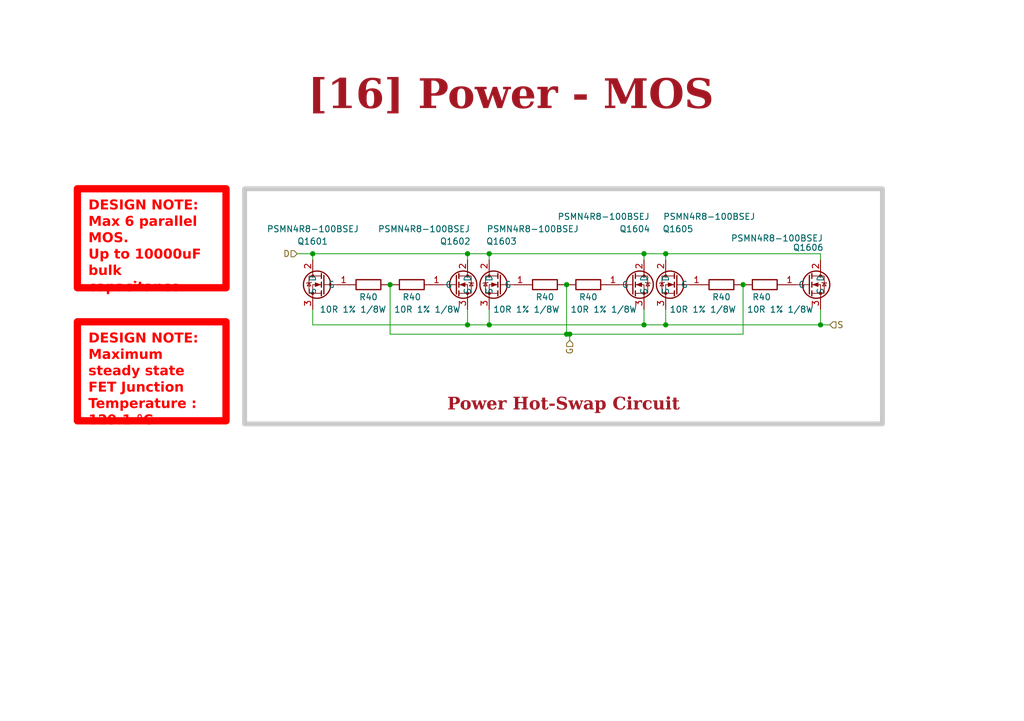
<source format=kicad_sch>
(kicad_sch (version 20230121) (generator eeschema)
  (paper "A5")
  (lib_symbols
    (symbol "Device:R" (pin_numbers hide) (pin_names (offset 0))
      (property "Reference" "R" (at 2.032 0 90))
      (property "Value" "R" (at 0 0 90))
      (symbol "R_0_1"
        (rectangle (start -1.016 -2.54) (end 1.016 2.54) (stroke (width 0.254)))
      )
      (symbol "R_1_1"
        (pin passive line (at 0 3.81 270) (length 1.27) (name "~") (number "1"))
        (pin passive line (at 0 -3.81 90) (length 1.27) (name "~") (number "2"))
      )
    )
    (symbol "PSMN4R8-100BSEJ:PSMN4R8-100BSEJ"
      (property "Reference" "Q" (at 8.255 8.89 0))
      (property "Value" "PSMN4R8-100BSEJ" (at 8.255 6.35 0))
      (symbol "PSMN4R8-100BSEJ_0_1"
        (circle (center -1.778 0) (radius 0.254) (fill (type outline)))
        (polyline (pts (xy -1.27 1.778) (xy -2.286 1.778)) (stroke (width 0.254)))
        (polyline (pts (xy 0 2.286) (xy 0 5.08)))
        (polyline (pts (xy 0.508 1.778) (xy -0.508 1.778)) (stroke (width 0.254)))
        (polyline (pts (xy 1.905 2.286) (xy -1.905 2.286)) (stroke (width 0.254)))
        (polyline (pts (xy 2.286 1.778) (xy 1.27 1.778)) (stroke (width 0.254)))
        (polyline (pts (xy 2.54 0) (xy 1.778 0)))
        (polyline (pts (xy -2.54 0) (xy 0 0) (xy 0 1.778)))
        (polyline (pts (xy -1.778 1.778) (xy -1.778 -0.762) (xy 1.778 -0.762) (xy 1.778 1.778)))
        (polyline (pts (xy 0 1.524) (xy 0.381 0.508) (xy -0.381 0.508) (xy 0 1.524)) (fill (type outline)))
        (polyline (pts (xy 0.381 -0.762) (xy -0.254 -0.381) (xy -0.254 -1.143) (xy 0.381 -0.762)))
        (polyline (pts (xy 0.508 -0.254) (xy 0.381 -0.381) (xy 0.381 -1.143) (xy 0.254 -1.27)))
        (circle (center 0 0.889) (radius 2.794) (stroke (width 0.254)))
        (circle (center 1.778 0) (radius 0.254) (fill (type outline)))
      )
      (symbol "PSMN4R8-100BSEJ_1_1"
        (pin passive line (at 0 7.62 270) (length 2.54) (name "G") (number "1"))
        (pin passive line (at 5.08 0 180) (length 2.54) (name "D") (number "2"))
        (pin passive line (at -5.08 0 0) (length 2.54) (name "S") (number "3"))
        (pin passive line (at 5.08 0 180) (length 2.54) hide (name "D_2") (number "4"))
      )
    )
    (symbol "PSMN4R8-100BSEJ_2"
      (property "Reference" "Q" (at 8.255 8.89 0))
      (property "Value" "PSMN4R8-100BSEJ" (at 8.255 6.35 0))
      (symbol "PSMN4R8-100BSEJ_2_0_1"
        (circle (center -1.778 0) (radius 0.254) (fill (type outline)))
        (polyline (pts (xy -1.27 1.778) (xy -2.286 1.778)) (stroke (width 0.254)))
        (polyline (pts (xy 0 2.286) (xy 0 5.08)))
        (polyline (pts (xy 0.508 1.778) (xy -0.508 1.778)) (stroke (width 0.254)))
        (polyline (pts (xy 1.905 2.286) (xy -1.905 2.286)) (stroke (width 0.254)))
        (polyline (pts (xy 2.286 1.778) (xy 1.27 1.778)) (stroke (width 0.254)))
        (polyline (pts (xy 2.54 0) (xy 1.778 0)))
        (polyline (pts (xy -2.54 0) (xy 0 0) (xy 0 1.778)))
        (polyline (pts (xy -1.778 1.778) (xy -1.778 -0.762) (xy 1.778 -0.762) (xy 1.778 1.778)))
        (polyline (pts (xy 0 1.524) (xy 0.381 0.508) (xy -0.381 0.508) (xy 0 1.524)) (fill (type outline)))
        (polyline (pts (xy 0.381 -0.762) (xy -0.254 -0.381) (xy -0.254 -1.143) (xy 0.381 -0.762)))
        (polyline (pts (xy 0.508 -0.254) (xy 0.381 -0.381) (xy 0.381 -1.143) (xy 0.254 -1.27)))
        (circle (center 0 0.889) (radius 2.794) (stroke (width 0.254)))
        (circle (center 1.778 0) (radius 0.254) (fill (type outline)))
      )
      (symbol "PSMN4R8-100BSEJ_2_1_1"
        (pin passive line (at 0 7.62 270) (length 2.54) (name "G") (number "1"))
        (pin passive line (at 5.08 0 180) (length 2.54) (name "D") (number "2"))
        (pin passive line (at -5.08 0 0) (length 2.54) (name "S") (number "3"))
        (pin passive line (at 5.08 0 180) (length 2.54) hide (name "D_2") (number "4"))
      )
    )
    (symbol "PSMN4R8-100BSEJ_3"
      (property "Reference" "Q" (at 8.255 8.89 0))
      (property "Value" "PSMN4R8-100BSEJ" (at 8.255 6.35 0))
      (symbol "PSMN4R8-100BSEJ_3_0_1"
        (circle (center -1.778 0) (radius 0.254) (fill (type outline)))
        (polyline (pts (xy -1.27 1.778) (xy -2.286 1.778)) (stroke (width 0.254)))
        (polyline (pts (xy 0 2.286) (xy 0 5.08)))
        (polyline (pts (xy 0.508 1.778) (xy -0.508 1.778)) (stroke (width 0.254)))
        (polyline (pts (xy 1.905 2.286) (xy -1.905 2.286)) (stroke (width 0.254)))
        (polyline (pts (xy 2.286 1.778) (xy 1.27 1.778)) (stroke (width 0.254)))
        (polyline (pts (xy 2.54 0) (xy 1.778 0)))
        (polyline (pts (xy -2.54 0) (xy 0 0) (xy 0 1.778)))
        (polyline (pts (xy -1.778 1.778) (xy -1.778 -0.762) (xy 1.778 -0.762) (xy 1.778 1.778)))
        (polyline (pts (xy 0 1.524) (xy 0.381 0.508) (xy -0.381 0.508) (xy 0 1.524)) (fill (type outline)))
        (polyline (pts (xy 0.381 -0.762) (xy -0.254 -0.381) (xy -0.254 -1.143) (xy 0.381 -0.762)))
        (polyline (pts (xy 0.508 -0.254) (xy 0.381 -0.381) (xy 0.381 -1.143) (xy 0.254 -1.27)))
        (circle (center 0 0.889) (radius 2.794) (stroke (width 0.254)))
        (circle (center 1.778 0) (radius 0.254) (fill (type outline)))
      )
      (symbol "PSMN4R8-100BSEJ_3_1_1"
        (pin passive line (at 0 7.62 270) (length 2.54) (name "G") (number "1"))
        (pin passive line (at 5.08 0 180) (length 2.54) (name "D") (number "2"))
        (pin passive line (at -5.08 0 0) (length 2.54) (name "S") (number "3"))
        (pin passive line (at 5.08 0 180) (length 2.54) hide (name "D_2") (number "4"))
      )
    )
    (symbol "PSMN4R8-100BSEJ_4"
      (property "Reference" "Q" (at 8.255 8.89 0))
      (property "Value" "PSMN4R8-100BSEJ" (at 8.255 6.35 0))
      (symbol "PSMN4R8-100BSEJ_4_0_1"
        (circle (center -1.778 0) (radius 0.254) (fill (type outline)))
        (polyline (pts (xy -1.27 1.778) (xy -2.286 1.778)) (stroke (width 0.254)))
        (polyline (pts (xy 0 2.286) (xy 0 5.08)))
        (polyline (pts (xy 0.508 1.778) (xy -0.508 1.778)) (stroke (width 0.254)))
        (polyline (pts (xy 1.905 2.286) (xy -1.905 2.286)) (stroke (width 0.254)))
        (polyline (pts (xy 2.286 1.778) (xy 1.27 1.778)) (stroke (width 0.254)))
        (polyline (pts (xy 2.54 0) (xy 1.778 0)))
        (polyline (pts (xy -2.54 0) (xy 0 0) (xy 0 1.778)))
        (polyline (pts (xy -1.778 1.778) (xy -1.778 -0.762) (xy 1.778 -0.762) (xy 1.778 1.778)))
        (polyline (pts (xy 0 1.524) (xy 0.381 0.508) (xy -0.381 0.508) (xy 0 1.524)) (fill (type outline)))
        (polyline (pts (xy 0.381 -0.762) (xy -0.254 -0.381) (xy -0.254 -1.143) (xy 0.381 -0.762)))
        (polyline (pts (xy 0.508 -0.254) (xy 0.381 -0.381) (xy 0.381 -1.143) (xy 0.254 -1.27)))
        (circle (center 0 0.889) (radius 2.794) (stroke (width 0.254)))
        (circle (center 1.778 0) (radius 0.254) (fill (type outline)))
      )
      (symbol "PSMN4R8-100BSEJ_4_1_1"
        (pin passive line (at 0 7.62 270) (length 2.54) (name "G") (number "1"))
        (pin passive line (at 5.08 0 180) (length 2.54) (name "D") (number "2"))
        (pin passive line (at -5.08 0 0) (length 2.54) (name "S") (number "3"))
        (pin passive line (at 5.08 0 180) (length 2.54) hide (name "D_2") (number "4"))
      )
    )
    (symbol "PSMN4R8-100BSEJ_5"
      (property "Reference" "Q" (at 8.255 8.89 0))
      (property "Value" "PSMN4R8-100BSEJ" (at 8.255 6.35 0))
      (symbol "PSMN4R8-100BSEJ_5_0_1"
        (circle (center -1.778 0) (radius 0.254) (fill (type outline)))
        (polyline (pts (xy -1.27 1.778) (xy -2.286 1.778)) (stroke (width 0.254)))
        (polyline (pts (xy 0 2.286) (xy 0 5.08)))
        (polyline (pts (xy 0.508 1.778) (xy -0.508 1.778)) (stroke (width 0.254)))
        (polyline (pts (xy 1.905 2.286) (xy -1.905 2.286)) (stroke (width 0.254)))
        (polyline (pts (xy 2.286 1.778) (xy 1.27 1.778)) (stroke (width 0.254)))
        (polyline (pts (xy 2.54 0) (xy 1.778 0)))
        (polyline (pts (xy -2.54 0) (xy 0 0) (xy 0 1.778)))
        (polyline (pts (xy -1.778 1.778) (xy -1.778 -0.762) (xy 1.778 -0.762) (xy 1.778 1.778)))
        (polyline (pts (xy 0 1.524) (xy 0.381 0.508) (xy -0.381 0.508) (xy 0 1.524)) (fill (type outline)))
        (polyline (pts (xy 0.381 -0.762) (xy -0.254 -0.381) (xy -0.254 -1.143) (xy 0.381 -0.762)))
        (polyline (pts (xy 0.508 -0.254) (xy 0.381 -0.381) (xy 0.381 -1.143) (xy 0.254 -1.27)))
        (circle (center 0 0.889) (radius 2.794) (stroke (width 0.254)))
        (circle (center 1.778 0) (radius 0.254) (fill (type outline)))
      )
      (symbol "PSMN4R8-100BSEJ_5_1_1"
        (pin passive line (at 0 7.62 270) (length 2.54) (name "G") (number "1"))
        (pin passive line (at 5.08 0 180) (length 2.54) (name "D") (number "2"))
        (pin passive line (at -5.08 0 0) (length 2.54) (name "S") (number "3"))
        (pin passive line (at 5.08 0 180) (length 2.54) hide (name "D_2") (number "4"))
      )
    )
  )
  (junction (at 136.525 52.07))
  (junction (at 152.4 58.42))
  (junction (at 116.205 58.42))
  (junction (at 132.08 66.675))
  (junction (at 116.205 68.58))
  (junction (at 168.275 66.675))
  (junction (at 95.885 66.675))
  (junction (at 116.84 68.58))
  (junction (at 80.01 58.42))
  (junction (at 100.33 66.675))
  (junction (at 132.08 52.07))
  (junction (at 100.33 52.07))
  (junction (at 136.525 66.675))
  (junction (at 95.885 52.07))
  (junction (at 64.135 52.07))
  (wire (pts (xy 115.57 58.42) (xy 116.205 58.42)))
  (wire (pts (xy 136.525 52.07) (xy 168.275 52.07)))
  (wire (pts (xy 79.375 58.42) (xy 80.01 58.42)))
  (wire (pts (xy 168.275 63.5) (xy 168.275 66.675)))
  (wire (pts (xy 151.765 58.42) (xy 152.4 58.42)))
  (wire (pts (xy 132.08 52.07) (xy 136.525 52.07)))
  (wire (pts (xy 64.135 52.07) (xy 95.885 52.07)))
  (wire (pts (xy 152.4 58.42) (xy 152.4 68.58)))
  (wire (pts (xy 116.84 69.85) (xy 116.84 68.58)))
  (wire (pts (xy 64.135 66.675) (xy 95.885 66.675)))
  (wire (pts (xy 100.33 52.07) (xy 132.08 52.07)))
  (wire (pts (xy 136.525 63.5) (xy 136.525 66.675)))
  (wire (pts (xy 100.33 52.07) (xy 100.33 53.34)))
  (wire (pts (xy 116.205 58.42) (xy 116.84 58.42)))
  (wire (pts (xy 168.275 53.34) (xy 168.275 52.07)))
  (wire (pts (xy 116.205 58.42) (xy 116.205 68.58)))
  (wire (pts (xy 80.01 58.42) (xy 80.01 68.58)))
  (wire (pts (xy 132.08 63.5) (xy 132.08 66.675)))
  (wire (pts (xy 132.08 66.675) (xy 136.525 66.675)))
  (wire (pts (xy 80.01 58.42) (xy 80.645 58.42)))
  (wire (pts (xy 95.885 53.34) (xy 95.885 52.07)))
  (wire (pts (xy 136.525 66.675) (xy 168.275 66.675)))
  (wire (pts (xy 116.84 68.58) (xy 152.4 68.58)))
  (wire (pts (xy 64.135 52.07) (xy 64.135 53.34)))
  (wire (pts (xy 95.885 66.675) (xy 100.33 66.675)))
  (wire (pts (xy 152.4 58.42) (xy 153.035 58.42)))
  (wire (pts (xy 132.08 53.34) (xy 132.08 52.07)))
  (wire (pts (xy 64.135 52.07) (xy 60.96 52.07)))
  (wire (pts (xy 64.135 66.675) (xy 64.135 63.5)))
  (wire (pts (xy 95.885 63.5) (xy 95.885 66.675)))
  (wire (pts (xy 95.885 52.07) (xy 100.33 52.07)))
  (wire (pts (xy 80.01 68.58) (xy 116.205 68.58)))
  (wire (pts (xy 116.84 68.58) (xy 116.205 68.58)))
  (wire (pts (xy 136.525 52.07) (xy 136.525 53.34)))
  (wire (pts (xy 100.33 63.5) (xy 100.33 66.675)))
  (wire (pts (xy 100.33 66.675) (xy 132.08 66.675)))
  (wire (pts (xy 170.18 66.675) (xy 168.275 66.675)))
  (rectangle (start 50.165 38.735) (end 180.975 86.995) (stroke (width 1) (color 200 200 200 1)))
  (text_box "[16] Power - MOS\n" (at 12.065 13.335 0) (size 185.42 12.7) (stroke (width -0.0001)) (effects (font (size 6 6) (thickness 1.2) bold)))
  (text_box "DESIGN NOTE:\nMaximum steady state FET Junction Temperature : 129.1 °C " (at 15.875 66.04 0) (size 30.48 20.32) (stroke (width 1.5) (color 255 0 0 1)) (effects (font (size 2 2) (thickness 0.4) bold) (justify left top)))
  (text_box "DESIGN NOTE:\nMax 6 parallel MOS.\nUp to 10000uF bulk capacitance" (at 15.875 38.735 0) (size 30.48 20.32) (stroke (width 1.5) (color 255 0 0 1)) (effects (font (size 2 2) (thickness 0.4) bold) (justify left top)))
  (text_box "Power Hot-Swap Circuit\n" (at 50.165 79.375 0) (size 130.81 6.985) (stroke (width -0.0001)) (effects (font (size 2.54 2.54) (thickness 0.508) bold) (justify bottom)))
  (hierarchical_label "G" (shape input) (at 116.84 69.85 270))
  (hierarchical_label "D" (shape input) (at 60.96 52.07 180))
  (hierarchical_label "S" (shape input) (at 170.18 66.675 0))
  (symbol (lib_id "PSMN4R8-100BSEJ:PSMN4R8-100BSEJ") (at 95.885 58.42 90) (unit 1)
    (property "Reference" "Q1602" (at 90.17 49.53 90) (effects (justify right)))
    (property "Value" "PSMN4R8-100BSEJ" (at 77.47 46.99 90) (effects (justify right)))
    (property "Footprint" "0_diode_smd:PHB45NQ15T118" (effects hide))
    (property "Datasheet" "https://assets.nexperia.com/documents/data-sheet/PSMN4R8-100BSE.pdf" (effects hide))
    (property "Height" "4.5" (effects hide))
    (property "Mouser Part Number" "771-PSMN4R8-100BSEJ" (effects hide))
    (property "Mouser Price/Stock" "https://www.mouser.co.uk/ProductDetail/Nexperia/PSMN4R8-100BSEJ?qs=cbprxTG2Yq8PMgmEgrT98w%3D%3D" (effects hide))
    (property "Manufacturer_Name" "Nexperia" (effects hide))
    (property "Manufacturer_Part_Number" "PSMN4R8-100BSEJ" (effects hide))
  )
  (symbol (lib_id "PSMN4R8-100BSEJ:PSMN4R8-100BSEJ") (at 64.135 58.42 270) (mirror x) (unit 1)
    (property "Reference" "Q1601" (at 67.31 49.53 90) (effects (justify right)))
    (property "Value" "PSMN4R8-100BSEJ" (at 73.66 46.99 90) (effects (justify right)))
    (property "Footprint" "0_diode_smd:PHB45NQ15T118" (effects hide))
    (property "Datasheet" "https://assets.nexperia.com/documents/data-sheet/PSMN4R8-100BSE.pdf" (effects hide))
    (property "Height" "4.5" (effects hide))
    (property "Mouser Part Number" "771-PSMN4R8-100BSEJ" (effects hide))
    (property "Mouser Price/Stock" "https://www.mouser.co.uk/ProductDetail/Nexperia/PSMN4R8-100BSEJ?qs=cbprxTG2Yq8PMgmEgrT98w%3D%3D" (effects hide))
    (property "Manufacturer_Name" "Nexperia" (effects hide))
    (property "Manufacturer_Part_Number" "PSMN4R8-100BSEJ" (effects hide))
  )
  (symbol (lib_id "Device:R") (at 111.76 58.42 270) (unit 1)
    (property "Reference" "R40" (at 111.76 60.96 90))
    (property "Value" "10R 1% 1/8W" (at 107.95 63.5 90))
    (property "Footprint" "0_resistor_smd:R_0805_2012_DensityHigh" (effects hide))
    (instances (project "smps_legged_robot" (path "" (reference "R40") (unit 1)) (path "" (reference "R1506") (unit 1)) (path "" (reference "R1603") (unit 1))))
  )
  (symbol (lib_name "PSMN4R8-100BSEJ_4") (lib_id "PSMN4R8-100BSEJ:PSMN4R8-100BSEJ") (at 136.525 58.42 270) (mirror x) (unit 1)
    (property "Reference" "Q1605" (at 142.24 46.99 90) (effects (justify right)))
    (property "Value" "PSMN4R8-100BSEJ" (at 154.94 44.45 90) (effects (justify right)))
    (property "Footprint" "0_diode_smd:PHB45NQ15T118" (effects hide))
    (property "Datasheet" "https://assets.nexperia.com/documents/data-sheet/PSMN4R8-100BSE.pdf" (effects hide))
    (property "Height" "4.5" (effects hide))
    (property "Mouser Part Number" "771-PSMN4R8-100BSEJ" (effects hide))
    (property "Mouser Price/Stock" "https://www.mouser.co.uk/ProductDetail/Nexperia/PSMN4R8-100BSEJ?qs=cbprxTG2Yq8PMgmEgrT98w%3D%3D" (effects hide))
    (property "Manufacturer_Name" "Nexperia" (effects hide))
    (property "Manufacturer_Part_Number" "PSMN4R8-100BSEJ" (effects hide))
  )
  (symbol (lib_id "Device:R") (at 75.565 58.42 270) (unit 1)
    (property "Reference" "R40" (at 75.565 60.96 90))
    (property "Value" "10R 1% 1/8W" (at 72.39 63.5 90))
    (property "Footprint" "0_resistor_smd:R_0805_2012_DensityHigh" (effects hide))
    (instances (project "smps_legged_robot" (path "" (reference "R40") (unit 1)) (path "" (reference "R1506") (unit 1)) (path "" (reference "R1601") (unit 1))))
  )
  (symbol (lib_id "Device:R") (at 120.65 58.42 270) (unit 1)
    (property "Reference" "R40" (at 120.65 60.96 90))
    (property "Value" "10R 1% 1/8W" (at 123.825 63.5 90))
    (property "Footprint" "0_resistor_smd:R_0805_2012_DensityHigh" (effects hide))
    (instances (project "smps_legged_robot" (path "" (reference "R40") (unit 1)) (path "" (reference "R1506") (unit 1)) (path "" (reference "R1604") (unit 1))))
  )
  (symbol (lib_name "PSMN4R8-100BSEJ_2") (lib_id "PSMN4R8-100BSEJ:PSMN4R8-100BSEJ") (at 100.33 58.42 270) (mirror x) (unit 1)
    (property "Reference" "Q1603" (at 106.045 49.53 90) (effects (justify right)))
    (property "Value" "PSMN4R8-100BSEJ" (at 118.745 46.99 90) (effects (justify right)))
    (property "Footprint" "0_diode_smd:PHB45NQ15T118" (effects hide))
    (property "Datasheet" "https://assets.nexperia.com/documents/data-sheet/PSMN4R8-100BSE.pdf" (effects hide))
    (property "Height" "4.5" (effects hide))
    (property "Mouser Part Number" "771-PSMN4R8-100BSEJ" (effects hide))
    (property "Mouser Price/Stock" "https://www.mouser.co.uk/ProductDetail/Nexperia/PSMN4R8-100BSEJ?qs=cbprxTG2Yq8PMgmEgrT98w%3D%3D" (effects hide))
    (property "Manufacturer_Name" "Nexperia" (effects hide))
    (property "Manufacturer_Part_Number" "PSMN4R8-100BSEJ" (effects hide))
  )
  (symbol (lib_id "Device:R") (at 84.455 58.42 270) (unit 1)
    (property "Reference" "R40" (at 84.455 60.96 90))
    (property "Value" "10R 1% 1/8W" (at 87.63 63.5 90))
    (property "Footprint" "0_resistor_smd:R_0805_2012_DensityHigh" (effects hide))
    (instances (project "smps_legged_robot" (path "" (reference "R40") (unit 1)) (path "" (reference "R1506") (unit 1)) (path "" (reference "R1602") (unit 1))))
  )
  (symbol (lib_id "Device:R") (at 147.955 58.42 270) (unit 1)
    (property "Reference" "R40" (at 147.955 60.96 90))
    (property "Value" "10R 1% 1/8W" (at 144.145 63.5 90))
    (property "Footprint" "0_resistor_smd:R_0805_2012_DensityHigh" (effects hide))
    (instances (project "smps_legged_robot" (path "" (reference "R40") (unit 1)) (path "" (reference "R1506") (unit 1)) (path "" (reference "R1605") (unit 1))))
  )
  (symbol (lib_name "PSMN4R8-100BSEJ_3") (lib_id "PSMN4R8-100BSEJ:PSMN4R8-100BSEJ") (at 168.275 58.42 90) (unit 1)
    (property "Reference" "Q1606" (at 162.56 50.8 90) (effects (justify right)))
    (property "Value" "PSMN4R8-100BSEJ" (at 149.86 48.895 90) (effects (justify right)))
    (property "Footprint" "0_diode_smd:PHB45NQ15T118" (effects hide))
    (property "Datasheet" "https://assets.nexperia.com/documents/data-sheet/PSMN4R8-100BSE.pdf" (effects hide))
    (property "Height" "4.5" (effects hide))
    (property "Mouser Part Number" "771-PSMN4R8-100BSEJ" (effects hide))
    (property "Mouser Price/Stock" "https://www.mouser.co.uk/ProductDetail/Nexperia/PSMN4R8-100BSEJ?qs=cbprxTG2Yq8PMgmEgrT98w%3D%3D" (effects hide))
    (property "Manufacturer_Name" "Nexperia" (effects hide))
    (property "Manufacturer_Part_Number" "PSMN4R8-100BSEJ" (effects hide))
  )
  (symbol (lib_name "PSMN4R8-100BSEJ_5") (lib_id "PSMN4R8-100BSEJ:PSMN4R8-100BSEJ") (at 132.08 58.42 90) (unit 1)
    (property "Reference" "Q1604" (at 127 46.99 90) (effects (justify right)))
    (property "Value" "PSMN4R8-100BSEJ" (at 114.3 44.45 90) (effects (justify right)))
    (property "Footprint" "0_diode_smd:PHB45NQ15T118" (effects hide))
    (property "Datasheet" "https://assets.nexperia.com/documents/data-sheet/PSMN4R8-100BSE.pdf" (effects hide))
    (property "Height" "4.5" (effects hide))
    (property "Mouser Part Number" "771-PSMN4R8-100BSEJ" (effects hide))
    (property "Mouser Price/Stock" "https://www.mouser.co.uk/ProductDetail/Nexperia/PSMN4R8-100BSEJ?qs=cbprxTG2Yq8PMgmEgrT98w%3D%3D" (effects hide))
    (property "Manufacturer_Name" "Nexperia" (effects hide))
    (property "Manufacturer_Part_Number" "PSMN4R8-100BSEJ" (effects hide))
  )
  (symbol (lib_id "Device:R") (at 156.845 58.42 270) (unit 1)
    (property "Reference" "R40" (at 156.21 60.96 90))
    (property "Value" "10R 1% 1/8W" (at 160.02 63.5 90))
    (property "Footprint" "0_resistor_smd:R_0805_2012_DensityHigh" (effects hide))
    (instances (project "smps_legged_robot" (path "" (reference "R40") (unit 1)) (path "" (reference "R1506") (unit 1)) (path "" (reference "R1606") (unit 1))))
  )
)
</source>
